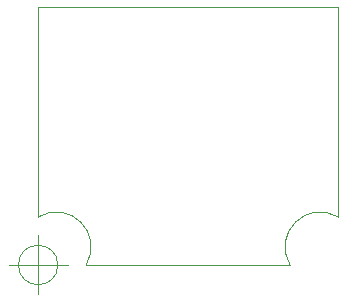
<source format=gbr>
%TF.GenerationSoftware,KiCad,Pcbnew,(5.1.6-0-10_14)*%
%TF.CreationDate,2021-05-10T19:57:21+02:00*%
%TF.ProjectId,GPS_adapter,4750535f-6164-4617-9074-65722e6b6963,rev?*%
%TF.SameCoordinates,Original*%
%TF.FileFunction,Profile,NP*%
%FSLAX46Y46*%
G04 Gerber Fmt 4.6, Leading zero omitted, Abs format (unit mm)*
G04 Created by KiCad (PCBNEW (5.1.6-0-10_14)) date 2021-05-10 19:57:21*
%MOMM*%
%LPD*%
G01*
G04 APERTURE LIST*
%TA.AperFunction,Profile*%
%ADD10C,0.050000*%
%TD*%
G04 APERTURE END LIST*
D10*
X130302001Y-99314002D02*
G75*
G02*
X134365999Y-103377999I1523999J-2539998D01*
G01*
X151638002Y-103377999D02*
G75*
G02*
X155701999Y-99314001I2539998J1523999D01*
G01*
X131968666Y-103378000D02*
G75*
G03*
X131968666Y-103378000I-1666666J0D01*
G01*
X127802000Y-103378000D02*
X132802000Y-103378000D01*
X130302000Y-100878000D02*
X130302000Y-105878000D01*
X130302000Y-81534000D02*
X130302000Y-99314000D01*
X155702000Y-81534000D02*
X130302000Y-81534000D01*
X155702000Y-99314000D02*
X155702000Y-81534000D01*
X134366000Y-103378000D02*
X151638000Y-103378000D01*
M02*

</source>
